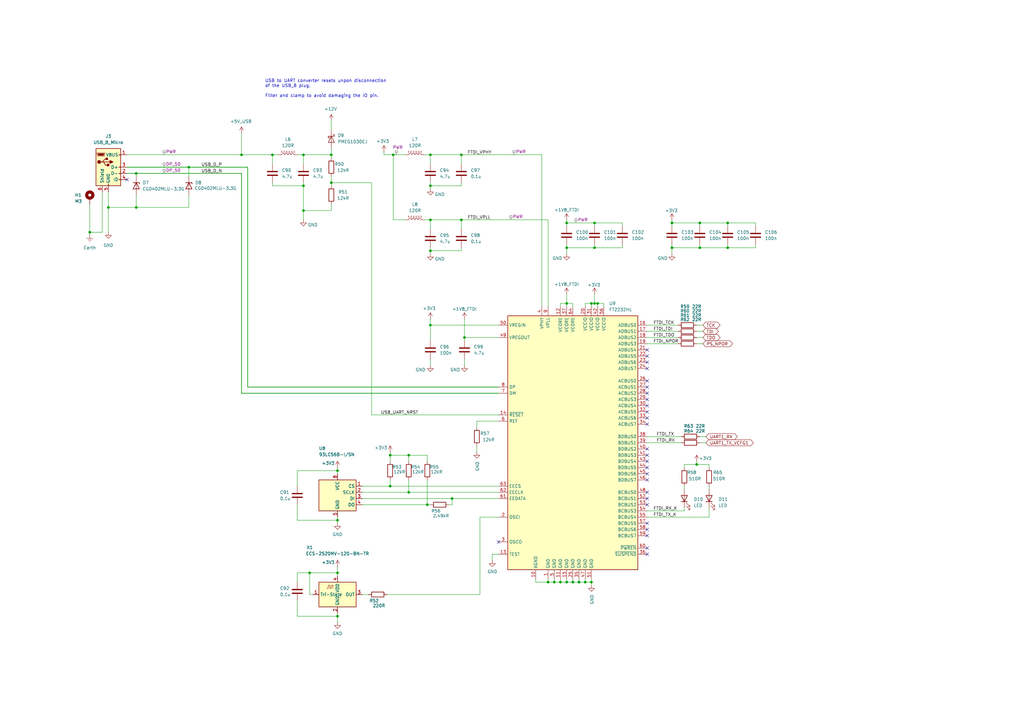
<source format=kicad_sch>
(kicad_sch (version 20250114) (generator "eeschema") (generator_version "9.0")
  (paper "A3")
  (title_block (title "ZYNQ JTAG PRG AND USB-UART") (date "2025-10-06") (rev "A") (company "GHM"))
  (lib_symbols
    (symbol "Connector:USB_B_Micro" (pin_names (offset 1.016))
      (property "Reference" "J" (at -5.08 11.43 0))
      (property "Value" "USB_B_Micro" (at -5.08 8.89 0))
      (symbol "USB_B_Micro_0_1"
        (rectangle (start -5.08 -7.62) (end 5.08 7.62) (stroke (width 0.254)) (fill (type background)))
        (polyline (pts (xy -4.699 5.842) (xy -4.699 5.588) (xy -4.445 4.826) (xy -4.445 4.572) (xy -1.651 4.572) (xy -1.651 4.826) (xy -1.397 5.588) (xy -1.397 5.842) (xy -4.699 5.842)))
        (polyline (pts (xy -4.318 5.588) (xy -1.778 5.588) (xy -2.032 4.826) (xy -4.064 4.826) (xy -4.318 5.588)) (fill (type outline)))
        (circle (center -3.81 2.159) (radius 0.635) (stroke (width 0.254)) (fill (type outline)))
        (polyline (pts (xy -3.175 2.159) (xy -2.54 2.159) (xy -1.27 3.429) (xy -0.635 3.429)) (stroke (width 0.254)))
        (polyline (pts (xy -2.54 2.159) (xy -1.905 2.159) (xy -1.27 0.889) (xy 0 0.889)) (stroke (width 0.254)))
        (polyline (pts (xy -1.905 2.159) (xy 0.635 2.159)) (stroke (width 0.254)))
        (circle (center -0.635 3.429) (radius 0.381) (stroke (width 0.254)) (fill (type outline)))
        (rectangle (start -0.127 -7.62) (end 0.127 -6.858))
        (rectangle (start 0.254 1.27) (end -0.508 0.508) (stroke (width 0.254)) (fill (type outline)))
        (polyline (pts (xy 0.635 2.794) (xy 0.635 1.524) (xy 1.905 2.159) (xy 0.635 2.794)) (stroke (width 0.254)) (fill (type outline)))
        (rectangle (start 5.08 4.953) (end 4.318 5.207))
        (rectangle (start 5.08 -0.127) (end 4.318 0.127))
        (rectangle (start 5.08 -2.667) (end 4.318 -2.413))
        (rectangle (start 5.08 -5.207) (end 4.318 -4.953))
      )
      (symbol "USB_B_Micro_1_1"
        (pin passive line (at -2.54 -10.16 90) (length 2.54) (name "Shield") (number "6"))
        (pin power_out line (at 0 -10.16 90) (length 2.54) (name "GND") (number "5"))
        (pin power_out line (at 7.62 5.08 180) (length 2.54) (name "VBUS") (number "1"))
        (pin bidirectional line (at 7.62 0 180) (length 2.54) (name "D+") (number "3"))
        (pin bidirectional line (at 7.62 -2.54 180) (length 2.54) (name "D-") (number "2"))
        (pin passive line (at 7.62 -5.08 180) (length 2.54) (name "ID") (number "4"))
      )
    )
    (symbol "Device:C" (pin_numbers (hide yes)) (pin_names (offset 0.254))
      (property "Reference" "C" (at 0.635 2.54 0))
      (property "Value" "C" (at 0.635 -2.54 0))
      (symbol "C_0_1"
        (polyline (pts (xy -2.032 0.762) (xy 2.032 0.762)) (stroke (width 0.508)))
        (polyline (pts (xy -2.032 -0.762) (xy 2.032 -0.762)) (stroke (width 0.508)))
      )
      (symbol "C_1_1"
        (pin passive line (at 0 3.81 270) (length 2.794) (name "~") (number "1"))
        (pin passive line (at 0 -3.81 90) (length 2.794) (name "~") (number "2"))
      )
    )
    (symbol "Device:D_Zener" (pin_numbers (hide yes)) (pin_names (offset 1.016) (hide yes))
      (property "Reference" "D" (at 0 2.54 0))
      (property "Value" "D_Zener" (at 0 -2.54 0))
      (symbol "D_Zener_0_1"
        (polyline (pts (xy -1.27 -1.27) (xy -1.27 1.27) (xy -0.762 1.27)) (stroke (width 0.254)))
        (polyline (pts (xy 1.27 0) (xy -1.27 0)))
        (polyline (pts (xy 1.27 -1.27) (xy 1.27 1.27) (xy -1.27 0) (xy 1.27 -1.27)) (stroke (width 0.254)))
      )
      (symbol "D_Zener_1_1"
        (pin passive line (at -3.81 0 0) (length 2.54) (name "K") (number "1"))
        (pin passive line (at 3.81 0 180) (length 2.54) (name "A") (number "2"))
      )
    )
    (symbol "Device:LED" (pin_numbers (hide yes)) (pin_names (offset 1.016) (hide yes))
      (property "Reference" "D" (at 0 2.54 0))
      (property "Value" "LED" (at 0 -2.54 0))
      (symbol "LED_0_1"
        (polyline (pts (xy -3.048 -0.762) (xy -4.572 -2.286) (xy -3.81 -2.286) (xy -4.572 -2.286) (xy -4.572 -1.524)))
        (polyline (pts (xy -1.778 -0.762) (xy -3.302 -2.286) (xy -2.54 -2.286) (xy -3.302 -2.286) (xy -3.302 -1.524)))
        (polyline (pts (xy -1.27 0) (xy 1.27 0)))
        (polyline (pts (xy -1.27 -1.27) (xy -1.27 1.27)) (stroke (width 0.254)))
        (polyline (pts (xy 1.27 -1.27) (xy 1.27 1.27) (xy -1.27 0) (xy 1.27 -1.27)) (stroke (width 0.254)))
      )
      (symbol "LED_1_1"
        (pin passive line (at -3.81 0 0) (length 2.54) (name "K") (number "1"))
        (pin passive line (at 3.81 0 180) (length 2.54) (name "A") (number "2"))
      )
    )
    (symbol "Device:L_Ferrite" (pin_numbers (hide yes)) (pin_names (offset 1.016) (hide yes))
      (property "Reference" "L" (at -1.27 0 90))
      (property "Value" "L_Ferrite" (at 2.794 0 90))
      (symbol "L_Ferrite_0_1"
        (arc (start 0 2.54) (mid 0.6323 1.905) (end 0 1.27))
        (arc (start 0 1.27) (mid 0.6323 0.635) (end 0 0))
        (arc (start 0 0) (mid 0.6323 -0.635) (end 0 -1.27))
        (arc (start 0 -1.27) (mid 0.6323 -1.905) (end 0 -2.54))
        (polyline (pts (xy 1.016 2.286) (xy 1.016 2.794)))
        (polyline (pts (xy 1.016 1.27) (xy 1.016 1.778)))
        (polyline (pts (xy 1.016 0.254) (xy 1.016 0.762)))
        (polyline (pts (xy 1.016 -0.762) (xy 1.016 -0.254)))
        (polyline (pts (xy 1.016 -1.778) (xy 1.016 -1.27)))
        (polyline (pts (xy 1.016 -2.794) (xy 1.016 -2.286)))
        (polyline (pts (xy 1.524 2.794) (xy 1.524 2.286)))
        (polyline (pts (xy 1.524 1.778) (xy 1.524 1.27)))
        (polyline (pts (xy 1.524 0.762) (xy 1.524 0.254)))
        (polyline (pts (xy 1.524 -0.254) (xy 1.524 -0.762)))
        (polyline (pts (xy 1.524 -1.27) (xy 1.524 -1.778)))
        (polyline (pts (xy 1.524 -2.286) (xy 1.524 -2.794)))
      )
      (symbol "L_Ferrite_1_1"
        (pin passive line (at 0 3.81 270) (length 1.27) (name "1") (number "1"))
        (pin passive line (at 0 -3.81 90) (length 1.27) (name "2") (number "2"))
      )
    )
    (symbol "Device:R" (pin_numbers (hide yes)) (pin_names (offset 0))
      (property "Reference" "R" (at 2.032 0 90))
      (property "Value" "R" (at 0 0 90))
      (symbol "R_0_1"
        (rectangle (start -1.016 -2.54) (end 1.016 2.54) (stroke (width 0.254)))
      )
      (symbol "R_1_1"
        (pin passive line (at 0 3.81 270) (length 1.27) (name "~") (number "1"))
        (pin passive line (at 0 -3.81 90) (length 1.27) (name "~") (number "2"))
      )
    )
    (symbol "Diode:PMEG1030EJ" (pin_numbers (hide yes)) (pin_names (hide yes))
      (property "Reference" "D" (at 0 2.54 0))
      (property "Value" "PMEG1030EJ" (at 0 -2.54 0))
      (symbol "PMEG1030EJ_0_1"
        (polyline (pts (xy -1.905 0.635) (xy -1.905 1.27) (xy -1.27 1.27) (xy -1.27 -1.27) (xy -0.635 -1.27) (xy -0.635 -0.635)) (stroke (width 0.2032)))
        (polyline (pts (xy 1.27 1.27) (xy 1.27 -1.27) (xy -1.27 0) (xy 1.27 1.27)) (stroke (width 0.2032)))
        (polyline (pts (xy 1.27 0) (xy -1.27 0)))
      )
      (symbol "PMEG1030EJ_1_1"
        (pin passive line (at -3.81 0 0) (length 2.54) (name "K") (number "1"))
        (pin passive line (at 3.81 0 180) (length 2.54) (name "A") (number "2"))
      )
    )
    (symbol "Interface_USB:FT2232HL"
      (property "Reference" "U1" (at 14.8941 57.15 0))
      (property "Value" "FT2232HL" (at 14.8941 54.61 0))
      (symbol "FT2232HL_0_1"
        (rectangle (start -26.67 -52.07) (end 26.67 52.07) (stroke (width 0.254)) (fill (type background)))
      )
      (symbol "FT2232HL_1_1"
        (pin power_in line (at -30.48 48.26 0) (length 3.81) (name "VREGIN") (number "50"))
        (pin power_out line (at -30.48 43.18 0) (length 3.81) (name "VREGOUT") (number "49"))
        (pin bidirectional line (at -30.48 22.86 0) (length 3.81) (name "DP") (number "8"))
        (pin bidirectional line (at -30.48 20.32 0) (length 3.81) (name "DM") (number "7"))
        (pin input line (at -30.48 11.43 0) (length 3.81) (name "~{RESET}") (number "14"))
        (pin output line (at -30.48 8.89 0) (length 3.81) (name "REF") (number "6"))
        (pin output line (at -30.48 -17.78 0) (length 3.81) (name "EECS") (number "63"))
        (pin output line (at -30.48 -20.32 0) (length 3.81) (name "EECLK") (number "62"))
        (pin bidirectional line (at -30.48 -22.86 0) (length 3.81) (name "EEDATA") (number "61"))
        (pin input line (at -30.48 -30.48 0) (length 3.81) (name "OSCI") (number "2"))
        (pin output line (at -30.48 -40.64 0) (length 3.81) (name "OSCO") (number "3"))
        (pin input line (at -30.48 -45.72 0) (length 3.81) (name "TEST") (number "13"))
        (pin power_in line (at -15.24 -55.88 90) (length 3.81) (name "AGND") (number "10"))
        (pin power_in line (at -12.7 55.88 270) (length 3.81) (name "VPHY") (number "4"))
        (pin input line (at -10.16 55.88 270) (length 3.81) (name "VPLL") (number "9"))
        (pin power_in line (at -10.16 -55.88 90) (length 3.81) (name "GND") (number "1"))
        (pin power_in line (at -7.62 -55.88 90) (length 3.81) (name "GND") (number "5"))
        (pin power_in line (at -5.08 55.88 270) (length 3.81) (name "VCORE") (number "12"))
        (pin power_in line (at -5.08 -55.88 90) (length 3.81) (name "GND") (number "11"))
        (pin power_in line (at -2.54 55.88 270) (length 3.81) (name "VCORE") (number "37"))
        (pin power_in line (at -2.54 -55.88 90) (length 3.81) (name "GND") (number "15"))
        (pin power_in line (at 0 55.88 270) (length 3.81) (name "VCORE") (number "64"))
        (pin power_in line (at 0 -55.88 90) (length 3.81) (name "GND") (number "25"))
        (pin power_in line (at 2.54 -55.88 90) (length 3.81) (name "GND") (number "35"))
        (pin power_in line (at 5.08 55.88 270) (length 3.81) (name "VCCIO") (number "20"))
        (pin power_in line (at 5.08 -55.88 90) (length 3.81) (name "GND") (number "47"))
        (pin power_in line (at 7.62 55.88 270) (length 3.81) (name "VCCIO") (number "31"))
        (pin power_in line (at 7.62 -55.88 90) (length 3.81) (name "GND") (number "51"))
        (pin power_in line (at 10.16 55.88 270) (length 3.81) (name "VCCIO") (number "42"))
        (pin power_in line (at 12.7 55.88 270) (length 3.81) (name "VCCIO") (number "56"))
        (pin bidirectional line (at 30.48 48.26 180) (length 3.81) (name "ADBUS0") (number "16"))
        (pin bidirectional line (at 30.48 45.72 180) (length 3.81) (name "ADBUS1") (number "17"))
        (pin bidirectional line (at 30.48 43.18 180) (length 3.81) (name "ADBUS2") (number "18"))
        (pin bidirectional line (at 30.48 40.64 180) (length 3.81) (name "ADBUS3") (number "19"))
        (pin bidirectional line (at 30.48 38.1 180) (length 3.81) (name "ADBUS4") (number "21"))
        (pin bidirectional line (at 30.48 35.56 180) (length 3.81) (name "ADBUS5") (number "22"))
        (pin bidirectional line (at 30.48 33.02 180) (length 3.81) (name "ADBUS6") (number "23"))
        (pin bidirectional line (at 30.48 30.48 180) (length 3.81) (name "ADBUS7") (number "24"))
        (pin bidirectional line (at 30.48 25.4 180) (length 3.81) (name "ACBUS0") (number "26"))
        (pin bidirectional line (at 30.48 22.86 180) (length 3.81) (name "ACBUS1") (number "27"))
        (pin bidirectional line (at 30.48 20.32 180) (length 3.81) (name "ACBUS2") (number "28"))
        (pin bidirectional line (at 30.48 17.78 180) (length 3.81) (name "ACBUS3") (number "29"))
        (pin bidirectional line (at 30.48 15.24 180) (length 3.81) (name "ACBUS4") (number "30"))
        (pin bidirectional line (at 30.48 12.7 180) (length 3.81) (name "ACBUS5") (number "32"))
        (pin bidirectional line (at 30.48 10.16 180) (length 3.81) (name "ACBUS6") (number "33"))
        (pin bidirectional line (at 30.48 7.62 180) (length 3.81) (name "ACBUS7") (number "34"))
        (pin bidirectional line (at 30.48 2.54 180) (length 3.81) (name "BDBUS0") (number "38"))
        (pin bidirectional line (at 30.48 0 180) (length 3.81) (name "BDBUS1") (number "39"))
        (pin bidirectional line (at 30.48 -2.54 180) (length 3.81) (name "BDBUS2") (number "40"))
        (pin bidirectional line (at 30.48 -5.08 180) (length 3.81) (name "BDBUS3") (number "41"))
        (pin bidirectional line (at 30.48 -7.62 180) (length 3.81) (name "BDBUS4") (number "43"))
        (pin bidirectional line (at 30.48 -10.16 180) (length 3.81) (name "BDBUS5") (number "44"))
        (pin bidirectional line (at 30.48 -12.7 180) (length 3.81) (name "BDBUS6") (number "45"))
        (pin bidirectional line (at 30.48 -15.24 180) (length 3.81) (name "BDBUS7") (number "46"))
        (pin bidirectional line (at 30.48 -20.32 180) (length 3.81) (name "BCBUS0") (number "48"))
        (pin bidirectional line (at 30.48 -22.86 180) (length 3.81) (name "BCBUS1") (number "52"))
        (pin bidirectional line (at 30.48 -25.4 180) (length 3.81) (name "BCBUS2") (number "53"))
        (pin bidirectional line (at 30.48 -27.94 180) (length 3.81) (name "BCBUS3") (number "54"))
        (pin bidirectional line (at 30.48 -30.48 180) (length 3.81) (name "BCBUS4") (number "55"))
        (pin bidirectional line (at 30.48 -33.02 180) (length 3.81) (name "BCBUS5") (number "57"))
        (pin bidirectional line (at 30.48 -35.56 180) (length 3.81) (name "BCBUS6") (number "58"))
        (pin bidirectional line (at 30.48 -38.1 180) (length 3.81) (name "BCBUS7") (number "59"))
        (pin output line (at 30.48 -43.18 180) (length 3.81) (name "~{PWREN}") (number "60"))
        (pin output line (at 30.48 -45.72 180) (length 3.81) (name "~{SUSPEND}") (number "36"))
      )
    )
    (symbol "Mechanical:MountingHole_Pad" (pin_numbers (hide yes)) (pin_names (offset 1.016) (hide yes))
      (property "Reference" "H" (at 0 6.35 0))
      (property "Value" "MountingHole_Pad" (at 0 4.445 0))
      (symbol "MountingHole_Pad_0_1"
        (circle (center 0 1.27) (radius 1.27) (stroke (width 1.27)))
      )
      (symbol "MountingHole_Pad_1_1"
        (pin input line (at 0 -2.54 90) (length 2.54) (name "1") (number "1"))
      )
    )
    (symbol "Memory_EEPROM:93LCxxB"
      (property "Reference" "U2" (at 2.794 12.192 0))
      (property "Value" "93LC56B-I/SN" (at 2.794 9.652 0))
      (symbol "93LCxxB_1_1"
        (rectangle (start -7.62 7.62) (end 7.62 -5.08) (stroke (width 0.254)) (fill (type background)))
        (pin no_connect line (at -7.62 0 0) (length 2.54) (hide yes) (name "NC") (number "6"))
        (pin no_connect line (at -7.62 -2.54 0) (length 2.54) (hide yes) (name "NC") (number "7"))
        (pin power_in line (at 0 10.16 270) (length 2.54) (name "VCC") (number "8"))
        (pin power_in line (at 0 -7.62 90) (length 2.54) (name "GND") (number "5"))
        (pin input line (at 10.16 5.08 180) (length 2.54) (name "CS") (number "1"))
        (pin input line (at 10.16 2.54 180) (length 2.54) (name "SCLK") (number "2"))
        (pin input line (at 10.16 0 180) (length 2.54) (name "DI") (number "3"))
        (pin tri_state line (at 10.16 -2.54 180) (length 2.54) (name "DO") (number "4"))
      )
    )
    (symbol "Oscillator:ECS-2520MV-xxx-xx"
      (property "Reference" "X" (at -5.08 6.35 0))
      (property "Value" "ECS-2520MV-xxx-xx" (at 1.27 -6.35 0))
      (symbol "ECS-2520MV-xxx-xx_0_1"
        (rectangle (start -7.62 5.08) (end 7.62 -5.08) (stroke (width 0.254)) (fill (type background)))
        (polyline (pts (xy -4.445 2.54) (xy -3.81 2.54) (xy -3.81 3.81) (xy -3.175 3.81) (xy -3.175 2.54) (xy -2.54 2.54) (xy -2.54 3.81) (xy -1.905 3.81) (xy -1.905 2.54)))
      )
      (symbol "ECS-2520MV-xxx-xx_1_1"
        (pin input line (at -10.16 0 0) (length 2.54) (name "Tri-State") (number "1"))
        (pin power_in line (at 0 7.62 270) (length 2.54) (name "VDD") (number "4"))
        (pin power_in line (at 0 -7.62 90) (length 2.54) (name "GND") (number "2"))
        (pin output line (at 10.16 0 180) (length 2.54) (name "OUT") (number "3"))
      )
    )
    (symbol "power:Earth" (power) (pin_numbers (hide yes)) (pin_names (offset 0) (hide yes))
      (property "Value" "Earth" (at 0 -3.81 0))
      (symbol "Earth_0_1"
        (polyline (pts (xy -0.635 -1.905) (xy 0.635 -1.905)))
        (polyline (pts (xy -0.127 -2.54) (xy 0.127 -2.54)))
        (polyline (pts (xy 0 -1.27) (xy 0 0)))
        (polyline (pts (xy 1.27 -1.27) (xy -1.27 -1.27)))
      )
      (symbol "Earth_1_1"
        (pin power_in line (at 0 0 270) (length 0) (name "~") (number "1"))
      )
    )
    (symbol "power:GND" (power) (pin_numbers (hide yes)) (pin_names (offset 0) (hide yes))
      (property "Value" "GND" (at 0 -3.81 0))
      (symbol "GND_0_1"
        (polyline (pts (xy 0 0) (xy 0 -1.27) (xy 1.27 -1.27) (xy 0 -2.54) (xy -1.27 -1.27) (xy 0 -1.27)))
      )
      (symbol "GND_1_1"
        (pin power_in line (at 0 0 270) (length 0) (name "~") (number "1"))
      )
    )
    (symbol "power:VCC" (power) (pin_numbers (hide yes)) (pin_names (offset 0) (hide yes))
      (property "Value" "VCC" (at 0 3.556 0))
      (symbol "VCC_0_1"
        (polyline (pts (xy -0.762 1.27) (xy 0 2.54)))
        (polyline (pts (xy 0 2.54) (xy 0.762 1.27)))
        (polyline (pts (xy 0 0) (xy 0 2.54)))
      )
      (symbol "VCC_1_1"
        (pin power_in line (at 0 0 90) (length 0) (name "~") (number "1"))
      )
    )
  )
  (text "USB to UART converter resets unpon disconnection\nof the USB_B plug.\n\nFilter and clamp to avoid damaging the IO pin." (at 108.712 32.512 0) (effects (font (size 1.27 1.27)) (justify left top)))
  (junction (at 160.02 186.69))
  (junction (at 240.03 238.76))
  (junction (at 55.88 85.09))
  (junction (at 287.02 101.6))
  (junction (at 243.84 124.46))
  (junction (at 176.53 63.5))
  (junction (at 189.23 90.17))
  (junction (at 175.26 207.01))
  (junction (at 232.41 101.6))
  (junction (at 167.64 186.69))
  (junction (at 55.88 71.12))
  (junction (at 138.43 234.95))
  (junction (at 232.41 238.76))
  (junction (at 135.89 74.93))
  (junction (at 124.46 86.36))
  (junction (at 176.53 133.35))
  (junction (at 77.47 68.58))
  (junction (at 111.76 63.5))
  (junction (at 167.64 201.93))
  (junction (at 176.53 102.87))
  (junction (at 190.5 138.43))
  (junction (at 224.79 238.76))
  (junction (at 138.43 213.36))
  (junction (at 124.46 63.5))
  (junction (at 135.89 63.5))
  (junction (at 237.49 238.76))
  (junction (at 176.53 90.17))
  (junction (at 138.43 193.04))
  (junction (at 243.84 101.6))
  (junction (at 185.42 204.47))
  (junction (at 176.53 76.2))
  (junction (at 161.29 63.5))
  (junction (at 124.46 76.2))
  (junction (at 127 234.95))
  (junction (at 44.45 85.09))
  (junction (at 232.41 124.46))
  (junction (at 275.59 91.44))
  (junction (at 245.11 124.46))
  (junction (at 243.84 91.44))
  (junction (at 99.06 63.5))
  (junction (at 285.75 190.5))
  (junction (at 189.23 63.5))
  (junction (at 138.43 252.73))
  (junction (at 298.45 101.6))
  (junction (at 242.57 238.76))
  (junction (at 298.45 91.44))
  (junction (at 232.41 91.44))
  (junction (at 229.87 238.76))
  (junction (at 36.83 95.25))
  (junction (at 234.95 238.76))
  (junction (at 160.02 199.39))
  (junction (at 242.57 124.46))
  (junction (at 287.02 91.44))
  (junction (at 227.33 238.76))
  (junction (at 275.59 101.6))
  (no_connect (at 265.43 158.75))
  (no_connect (at 265.43 148.59))
  (no_connect (at 204.47 222.25))
  (no_connect (at 265.43 173.99))
  (no_connect (at 265.43 227.33))
  (no_connect (at 265.43 207.01))
  (no_connect (at 265.43 204.47))
  (no_connect (at 265.43 146.05))
  (no_connect (at 265.43 156.21))
  (no_connect (at 265.43 189.23))
  (no_connect (at 265.43 214.63))
  (no_connect (at 265.43 168.91))
  (no_connect (at 265.43 217.17))
  (no_connect (at 265.43 194.31))
  (no_connect (at 265.43 196.85))
  (no_connect (at 265.43 151.13))
  (no_connect (at 265.43 161.29))
  (no_connect (at 265.43 143.51))
  (no_connect (at 265.43 163.83))
  (no_connect (at 265.43 166.37))
  (no_connect (at 265.43 184.15))
  (no_connect (at 52.07 73.66))
  (no_connect (at 265.43 219.71))
  (no_connect (at 265.43 171.45))
  (no_connect (at 265.43 224.79))
  (no_connect (at 265.43 186.69))
  (no_connect (at 265.43 201.93))
  (no_connect (at 265.43 191.77))
  (wire (pts (xy 245.11 124.46) (xy 245.11 125.73)))
  (wire (pts (xy 240.03 237.49) (xy 240.03 238.76)))
  (wire (pts (xy 44.45 85.09) (xy 55.88 85.09)))
  (wire (pts (xy 195.58 182.88) (xy 195.58 185.42)))
  (wire (pts (xy 243.84 101.6) (xy 255.27 101.6)))
  (wire (pts (xy 121.92 252.73) (xy 138.43 252.73)))
  (wire (pts (xy 234.95 237.49) (xy 234.95 238.76)))
  (wire (pts (xy 201.93 229.87) (xy 201.93 227.33)))
  (wire (pts (xy 190.5 138.43) (xy 204.47 138.43)))
  (wire (pts (xy 55.88 72.39) (xy 55.88 71.12)))
  (wire (pts (xy 243.84 91.44) (xy 255.27 91.44)))
  (wire (pts (xy 124.46 76.2) (xy 124.46 86.36)))
  (wire (pts (xy 196.85 212.09) (xy 204.47 212.09)))
  (wire (pts (xy 265.43 135.89) (xy 278.13 135.89)))
  (wire (pts (xy 121.92 238.76) (xy 121.92 234.95)))
  (wire (pts (xy 185.42 207.01) (xy 185.42 204.47)))
  (wire (pts (xy 99.06 161.29) (xy 204.47 161.29)) (stroke (width 0.254)))
  (wire (pts (xy 124.46 86.36) (xy 124.46 90.17)))
  (wire (pts (xy 265.43 179.07) (xy 279.4 179.07)))
  (wire (pts (xy 234.95 125.73) (xy 234.95 124.46)))
  (wire (pts (xy 138.43 252.73) (xy 138.43 255.27)))
  (wire (pts (xy 36.83 83.82) (xy 36.83 95.25)))
  (wire (pts (xy 55.88 71.12) (xy 99.06 71.12)) (stroke (width 0.254)))
  (wire (pts (xy 275.59 91.44) (xy 287.02 91.44)))
  (wire (pts (xy 176.53 90.17) (xy 189.23 90.17)))
  (wire (pts (xy 148.59 201.93) (xy 167.64 201.93)))
  (wire (pts (xy 204.47 172.72) (xy 195.58 172.72)))
  (wire (pts (xy 232.41 120.65) (xy 232.41 124.46)))
  (wire (pts (xy 222.25 63.5) (xy 222.25 125.73)))
  (wire (pts (xy 232.41 101.6) (xy 243.84 101.6)))
  (wire (pts (xy 135.89 63.5) (xy 135.89 64.77)))
  (wire (pts (xy 77.47 68.58) (xy 101.6 68.58)) (stroke (width 0.254)))
  (wire (pts (xy 275.59 100.33) (xy 275.59 101.6)))
  (wire (pts (xy 285.75 135.89) (xy 288.29 135.89)))
  (wire (pts (xy 189.23 63.5) (xy 176.53 63.5)))
  (wire (pts (xy 44.45 85.09) (xy 44.45 95.25)))
  (wire (pts (xy 160.02 196.85) (xy 160.02 199.39)))
  (wire (pts (xy 275.59 91.44) (xy 275.59 92.71)))
  (wire (pts (xy 138.43 234.95) (xy 138.43 236.22)))
  (wire (pts (xy 175.26 196.85) (xy 175.26 207.01)))
  (wire (pts (xy 44.45 78.74) (xy 44.45 85.09)))
  (wire (pts (xy 124.46 63.5) (xy 124.46 67.31)))
  (wire (pts (xy 189.23 74.93) (xy 189.23 76.2)))
  (wire (pts (xy 265.43 140.97) (xy 278.13 140.97)))
  (wire (pts (xy 173.99 63.5) (xy 176.53 63.5)))
  (wire (pts (xy 111.76 76.2) (xy 124.46 76.2)))
  (wire (pts (xy 167.64 201.93) (xy 204.47 201.93)))
  (wire (pts (xy 290.83 199.39) (xy 290.83 200.66)))
  (wire (pts (xy 121.92 246.38) (xy 121.92 252.73)))
  (wire (pts (xy 121.92 199.39) (xy 121.92 193.04)))
  (wire (pts (xy 176.53 74.93) (xy 176.53 76.2)))
  (wire (pts (xy 101.6 158.75) (xy 204.47 158.75)) (stroke (width 0.254)))
  (wire (pts (xy 161.29 90.17) (xy 161.29 63.5)))
  (wire (pts (xy 173.99 90.17) (xy 176.53 90.17)))
  (wire (pts (xy 242.57 237.49) (xy 242.57 238.76)))
  (wire (pts (xy 55.88 80.01) (xy 55.88 85.09)))
  (wire (pts (xy 176.53 90.17) (xy 176.53 93.98)))
  (wire (pts (xy 138.43 193.04) (xy 138.43 194.31)))
  (wire (pts (xy 52.07 68.58) (xy 77.47 68.58)) (stroke (width 0.254)))
  (wire (pts (xy 176.53 101.6) (xy 176.53 102.87)))
  (wire (pts (xy 243.84 124.46) (xy 245.11 124.46)))
  (wire (pts (xy 237.49 237.49) (xy 237.49 238.76)))
  (wire (pts (xy 232.41 124.46) (xy 232.41 125.73)))
  (wire (pts (xy 135.89 49.53) (xy 135.89 53.34)))
  (wire (pts (xy 176.53 130.81) (xy 176.53 133.35)))
  (wire (pts (xy 255.27 92.71) (xy 255.27 91.44)))
  (wire (pts (xy 265.43 209.55) (xy 280.67 209.55)))
  (wire (pts (xy 237.49 238.76) (xy 240.03 238.76)))
  (wire (pts (xy 111.76 74.93) (xy 111.76 76.2)))
  (wire (pts (xy 290.83 191.77) (xy 290.83 190.5)))
  (wire (pts (xy 219.71 237.49) (xy 219.71 238.76)))
  (wire (pts (xy 280.67 190.5) (xy 280.67 191.77)))
  (wire (pts (xy 167.64 186.69) (xy 167.64 189.23)))
  (wire (pts (xy 167.64 186.69) (xy 160.02 186.69)))
  (wire (pts (xy 232.41 91.44) (xy 232.41 92.71)))
  (wire (pts (xy 175.26 186.69) (xy 167.64 186.69)))
  (wire (pts (xy 219.71 238.76) (xy 224.79 238.76)))
  (wire (pts (xy 111.76 63.5) (xy 114.3 63.5)))
  (wire (pts (xy 101.6 158.75) (xy 101.6 68.58)) (stroke (width 0.254)))
  (wire (pts (xy 148.59 207.01) (xy 175.26 207.01)))
  (wire (pts (xy 167.64 196.85) (xy 167.64 201.93)))
  (wire (pts (xy 232.41 124.46) (xy 234.95 124.46)))
  (wire (pts (xy 176.53 133.35) (xy 176.53 139.7)))
  (wire (pts (xy 229.87 124.46) (xy 232.41 124.46)))
  (wire (pts (xy 138.43 191.77) (xy 138.43 193.04)))
  (wire (pts (xy 280.67 199.39) (xy 280.67 200.66)))
  (wire (pts (xy 138.43 232.41) (xy 138.43 234.95)))
  (wire (pts (xy 111.76 67.31) (xy 111.76 63.5)))
  (wire (pts (xy 243.84 92.71) (xy 243.84 91.44)))
  (wire (pts (xy 240.03 124.46) (xy 240.03 125.73)))
  (wire (pts (xy 265.43 133.35) (xy 278.13 133.35)))
  (wire (pts (xy 287.02 181.61) (xy 289.56 181.61)))
  (wire (pts (xy 189.23 90.17) (xy 224.79 90.17)))
  (wire (pts (xy 36.83 95.25) (xy 36.83 96.52)))
  (wire (pts (xy 229.87 238.76) (xy 232.41 238.76)))
  (wire (pts (xy 121.92 193.04) (xy 138.43 193.04)))
  (wire (pts (xy 287.02 100.33) (xy 287.02 101.6)))
  (wire (pts (xy 124.46 74.93) (xy 124.46 76.2)))
  (wire (pts (xy 189.23 101.6) (xy 189.23 102.87)))
  (wire (pts (xy 234.95 238.76) (xy 237.49 238.76)))
  (wire (pts (xy 135.89 74.93) (xy 152.4 74.93)))
  (wire (pts (xy 285.75 190.5) (xy 280.67 190.5)))
  (wire (pts (xy 240.03 238.76) (xy 242.57 238.76)))
  (wire (pts (xy 176.53 76.2) (xy 176.53 77.47)))
  (wire (pts (xy 176.53 102.87) (xy 189.23 102.87)))
  (wire (pts (xy 190.5 147.32) (xy 190.5 149.86)))
  (wire (pts (xy 99.06 54.61) (xy 99.06 63.5)))
  (wire (pts (xy 41.91 78.74) (xy 41.91 95.25)))
  (wire (pts (xy 287.02 92.71) (xy 287.02 91.44)))
  (wire (pts (xy 127 243.84) (xy 127 234.95)))
  (wire (pts (xy 158.75 243.84) (xy 196.85 243.84)))
  (wire (pts (xy 189.23 93.98) (xy 189.23 90.17)))
  (wire (pts (xy 176.53 102.87) (xy 176.53 104.14)))
  (wire (pts (xy 160.02 199.39) (xy 204.47 199.39)))
  (wire (pts (xy 309.88 92.71) (xy 309.88 91.44)))
  (wire (pts (xy 195.58 172.72) (xy 195.58 175.26)))
  (wire (pts (xy 138.43 251.46) (xy 138.43 252.73)))
  (wire (pts (xy 243.84 100.33) (xy 243.84 101.6)))
  (wire (pts (xy 190.5 138.43) (xy 190.5 139.7)))
  (wire (pts (xy 135.89 74.93) (xy 135.89 76.2)))
  (wire (pts (xy 175.26 189.23) (xy 175.26 186.69)))
  (wire (pts (xy 232.41 100.33) (xy 232.41 101.6)))
  (wire (pts (xy 298.45 100.33) (xy 298.45 101.6)))
  (wire (pts (xy 287.02 179.07) (xy 289.56 179.07)))
  (wire (pts (xy 127 234.95) (xy 138.43 234.95)))
  (wire (pts (xy 290.83 190.5) (xy 285.75 190.5)))
  (wire (pts (xy 232.41 101.6) (xy 232.41 104.14)))
  (wire (pts (xy 232.41 238.76) (xy 234.95 238.76)))
  (wire (pts (xy 157.48 63.5) (xy 161.29 63.5)))
  (wire (pts (xy 121.92 63.5) (xy 124.46 63.5)))
  (wire (pts (xy 242.57 124.46) (xy 242.57 125.73)))
  (wire (pts (xy 227.33 238.76) (xy 229.87 238.76)))
  (wire (pts (xy 287.02 91.44) (xy 298.45 91.44)))
  (wire (pts (xy 255.27 100.33) (xy 255.27 101.6)))
  (wire (pts (xy 287.02 101.6) (xy 298.45 101.6)))
  (wire (pts (xy 148.59 199.39) (xy 160.02 199.39)))
  (wire (pts (xy 175.26 207.01) (xy 176.53 207.01)))
  (wire (pts (xy 121.92 213.36) (xy 138.43 213.36)))
  (wire (pts (xy 189.23 63.5) (xy 222.25 63.5)))
  (wire (pts (xy 135.89 60.96) (xy 135.89 63.5)))
  (wire (pts (xy 224.79 90.17) (xy 224.79 125.73)))
  (wire (pts (xy 161.29 63.5) (xy 166.37 63.5)))
  (wire (pts (xy 161.29 90.17) (xy 166.37 90.17)))
  (wire (pts (xy 229.87 237.49) (xy 229.87 238.76)))
  (wire (pts (xy 36.83 95.25) (xy 41.91 95.25)))
  (wire (pts (xy 190.5 130.81) (xy 190.5 138.43)))
  (wire (pts (xy 298.45 91.44) (xy 309.88 91.44)))
  (wire (pts (xy 242.57 238.76) (xy 242.57 240.03)))
  (wire (pts (xy 77.47 68.58) (xy 77.47 72.39)))
  (wire (pts (xy 201.93 227.33) (xy 204.47 227.33)))
  (wire (pts (xy 176.53 147.32) (xy 176.53 149.86)))
  (wire (pts (xy 265.43 138.43) (xy 278.13 138.43)))
  (wire (pts (xy 232.41 90.17) (xy 232.41 91.44)))
  (wire (pts (xy 247.65 124.46) (xy 247.65 125.73)))
  (wire (pts (xy 232.41 91.44) (xy 243.84 91.44)))
  (wire (pts (xy 176.53 76.2) (xy 189.23 76.2)))
  (wire (pts (xy 224.79 237.49) (xy 224.79 238.76)))
  (wire (pts (xy 232.41 237.49) (xy 232.41 238.76)))
  (wire (pts (xy 196.85 243.84) (xy 196.85 212.09)))
  (wire (pts (xy 55.88 85.09) (xy 77.47 85.09)))
  (wire (pts (xy 189.23 67.31) (xy 189.23 63.5)))
  (wire (pts (xy 240.03 124.46) (xy 242.57 124.46)))
  (wire (pts (xy 148.59 204.47) (xy 185.42 204.47)))
  (wire (pts (xy 77.47 85.09) (xy 77.47 80.01)))
  (wire (pts (xy 280.67 208.28) (xy 280.67 209.55)))
  (wire (pts (xy 242.57 124.46) (xy 243.84 124.46)))
  (wire (pts (xy 285.75 189.23) (xy 285.75 190.5)))
  (wire (pts (xy 152.4 74.93) (xy 152.4 170.18)))
  (wire (pts (xy 138.43 213.36) (xy 138.43 214.63)))
  (wire (pts (xy 298.45 92.71) (xy 298.45 91.44)))
  (wire (pts (xy 285.75 138.43) (xy 288.29 138.43)))
  (wire (pts (xy 285.75 133.35) (xy 288.29 133.35)))
  (wire (pts (xy 184.15 207.01) (xy 185.42 207.01)))
  (wire (pts (xy 135.89 83.82) (xy 135.89 86.36)))
  (wire (pts (xy 99.06 63.5) (xy 111.76 63.5)))
  (wire (pts (xy 160.02 185.42) (xy 160.02 186.69)))
  (wire (pts (xy 229.87 125.73) (xy 229.87 124.46)))
  (wire (pts (xy 265.43 212.09) (xy 290.83 212.09)))
  (wire (pts (xy 148.59 243.84) (xy 151.13 243.84)))
  (wire (pts (xy 124.46 86.36) (xy 135.89 86.36)))
  (wire (pts (xy 265.43 181.61) (xy 279.4 181.61)))
  (wire (pts (xy 245.11 124.46) (xy 247.65 124.46)))
  (wire (pts (xy 128.27 243.84) (xy 127 243.84)))
  (wire (pts (xy 52.07 63.5) (xy 99.06 63.5)))
  (wire (pts (xy 176.53 133.35) (xy 204.47 133.35)))
  (wire (pts (xy 298.45 101.6) (xy 309.88 101.6)))
  (wire (pts (xy 275.59 101.6) (xy 275.59 104.14)))
  (wire (pts (xy 121.92 234.95) (xy 127 234.95)))
  (wire (pts (xy 121.92 207.01) (xy 121.92 213.36)))
  (wire (pts (xy 224.79 238.76) (xy 227.33 238.76)))
  (wire (pts (xy 275.59 90.17) (xy 275.59 91.44)))
  (wire (pts (xy 309.88 100.33) (xy 309.88 101.6)))
  (wire (pts (xy 243.84 120.65) (xy 243.84 124.46)))
  (wire (pts (xy 135.89 72.39) (xy 135.89 74.93)))
  (wire (pts (xy 227.33 237.49) (xy 227.33 238.76)))
  (wire (pts (xy 138.43 212.09) (xy 138.43 213.36)))
  (wire (pts (xy 290.83 208.28) (xy 290.83 212.09)))
  (wire (pts (xy 99.06 161.29) (xy 99.06 71.12)) (stroke (width 0.254)))
  (wire (pts (xy 160.02 186.69) (xy 160.02 189.23)))
  (wire (pts (xy 152.4 170.18) (xy 204.47 170.18)))
  (wire (pts (xy 275.59 101.6) (xy 287.02 101.6)))
  (wire (pts (xy 52.07 71.12) (xy 55.88 71.12)) (stroke (width 0.254)))
  (wire (pts (xy 176.53 63.5) (xy 176.53 67.31)))
  (wire (pts (xy 124.46 63.5) (xy 135.89 63.5)))
  (wire (pts (xy 285.75 140.97) (xy 288.29 140.97)))
  (wire (pts (xy 157.48 62.23) (xy 157.48 63.5)))
  (wire (pts (xy 185.42 204.47) (xy 204.47 204.47)))
  (label "USB_UART_NRST" (at 156.21 170.18 0))
  (label "FTDI_VPLL" (at 191.77 90.17 0))
  (label "FTDI_TX" (at 269.24 179.07 0))
  (label "FTDI_VPHY" (at 191.77 63.5 0))
  (label "FTDI_TDO" (at 267.97 138.43 0))
  (label "FTDI_TCK" (at 267.97 133.35 0))
  (label "FTDI_TDI" (at 267.97 135.89 0))
  (label "USB_D_N" (at 82.55 71.12 0))
  (label "FTDI_TX_K" (at 267.97 212.09 0))
  (label "FTDI_NPOR" (at 267.97 140.97 0))
  (label "FTDI_RX" (at 269.24 181.61 0))
  (label "USB_D_P" (at 82.55 68.58 0))
  (label "FTDI_RX_K" (at 267.97 209.55 0))
  (global_label "TDI" (shape bidirectional) (at 288.29 135.89 0) (property "Intersheetrefs" "${INTERSHEET_REFS}" (effects (hide yes))))
  (global_label "TCK" (shape bidirectional) (at 288.29 133.35 0) (property "Intersheetrefs" "${INTERSHEET_REFS}" (effects (hide yes))))
  (global_label "UART1_RX" (shape bidirectional) (at 289.56 179.07 0) (property "Intersheetrefs" "${INTERSHEET_REFS}" (effects (hide yes))))
  (global_label "TDO" (shape bidirectional) (at 288.29 138.43 0) (property "Intersheetrefs" "${INTERSHEET_REFS}" (effects (hide yes))))
  (global_label "PS_NPOR" (shape bidirectional) (at 288.29 140.97 0) (property "Intersheetrefs" "${INTERSHEET_REFS}" (effects (hide yes))))
  (global_label "UART1_TX_VCFG1" (shape bidirectional) (at 289.56 181.61 0) (property "Intersheetrefs" "${INTERSHEET_REFS}" (effects (hide yes))))
  (netclass_flag "" (length 1.27) (shape round) (at 236.22 91.44 0) (property "Netclass" "PWR" (at 236.9185 90.17 0) (effects (justify left))))
  (netclass_flag "" (length 1.27) (shape round) (at 67.31 71.12 0) (property "Netclass" "DP_50" (at 68.0085 69.85 0) (effects (justify left))))
  (netclass_flag "" (length 1.27) (shape round) (at 210.82 63.5 0) (property "Netclass" "PWR" (at 211.5185 62.23 0) (effects (justify left))))
  (netclass_flag "" (length 1.27) (shape round) (at 162.56 63.5 0) (property "Netclass" "PWR" (at 161.036 60.452 0) (effects (justify left))))
  (netclass_flag "" (length 1.27) (shape round) (at 67.31 63.5 0) (property "Netclass" "PWR" (at 68.0085 62.23 0) (effects (justify left))))
  (netclass_flag "" (length 1.27) (shape round) (at 209.55 90.17 0) (property "Netclass" "PWR" (at 210.2485 88.9 0) (effects (justify left))))
  (netclass_flag "" (length 1.27) (shape round) (at 67.31 68.58 0) (property "Netclass" "DP_50" (at 68.0085 67.31 0) (effects (justify left))))
  (symbol (lib_id "Device:C") (at 124.46 71.12 0) (unit 1)
    (property "Reference" "C93" (at 128.27 69.8499 0) (effects (justify left)))
    (property "Value" "4.7u" (at 128.27 72.3899 0) (effects (justify left)))
    (property "Footprint" "Capacitor_SMD:C_0201_0603Metric" (effects (hide yes)))
    (property "Description" "Unpolarized capacitor" (effects (hide yes)))
  )
  (symbol (lib_id "Device:L_Ferrite") (at 170.18 63.5 90) (unit 1)
    (property "Reference" "L7" (at 170.18 57.15 90))
    (property "Value" "120R" (at 170.18 59.69 90))
    (property "Footprint" "Inductor_SMD:L_0402_1005Metric" (effects (hide yes)))
    (property "Description" "Inductor with ferrite core" (effects (hide yes)))
  )
  (symbol (lib_id "Diode:PMEG1030EJ") (at 135.89 57.15 270) (unit 1)
    (property "Reference" "D9" (at 138.43 55.5624 90) (effects (justify left)))
    (property "Value" "PMEG1030EJ" (at 138.43 58.1024 90) (effects (justify left)))
    (property "Footprint" "Diode_SMD:D_SOD-323F" (effects (hide yes)))
    (property "Datasheet" "https://assets.nexperia.com/documents/data-sheet/PMEG1030EH_EJ.pdf" (effects (hide yes)))
    (property "Description" "10V, 3A ultra low Vf MEGA Schottky barrier rectifier, SOD-323F" (effects (hide yes)))
  )
  (symbol (lib_id "Device:R") (at 283.21 181.61 270) (unit 1)
    (property "Reference" "R64" (at 282.448 176.784 90))
    (property "Value" "22R" (at 287.274 176.784 90))
    (property "Footprint" "Resistor_SMD:R_0402_1005Metric_Pad0.72x0.64mm_HandSolder" (effects (hide yes)))
    (property "Description" "Resistor" (effects (hide yes)))
  )
  (symbol (lib_id "Device:R") (at 160.02 193.04 180) (unit 1)
    (property "Reference" "R53" (at 162.814 191.516 0))
    (property "Value" "12kR" (at 163.83 193.548 0))
    (property "Footprint" "Resistor_SMD:R_0402_1005Metric_Pad0.72x0.64mm_HandSolder" (effects (hide yes)))
    (property "Description" "Resistor" (effects (hide yes)))
  )
  (symbol (lib_id "power:GND") (at 201.93 229.87 0) (unit 1)
    (property "Reference" "#PWR0108" (effects (hide yes)))
    (property "Value" "GND" (at 201.93 234.442 0))
    (property "Description" "Power symbol creates a global label with name \"GND\" , ground" (effects (hide yes)))
  )
  (symbol (lib_id "power:GND") (at 275.59 104.14 0) (unit 1)
    (property "Reference" "#PWR0115" (effects (hide yes)))
    (property "Value" "GND" (at 271.78 105.918 0))
    (property "Description" "Power symbol creates a global label with name \"GND\" , ground" (effects (hide yes)))
  )
  (symbol (lib_id "power:GND") (at 176.53 77.47 0) (unit 1)
    (property "Reference" "#PWR0101" (effects (hide yes)))
    (property "Value" "GND" (at 180.34 79.756 0))
    (property "Description" "Power symbol creates a global label with name \"GND\" , ground" (effects (hide yes)))
  )
  (symbol (lib_id "Device:C") (at 243.84 96.52 0) (unit 1)
    (property "Reference" "C101" (at 247.65 95.2499 0) (effects (justify left)))
    (property "Value" "100n" (at 247.65 97.7899 0) (effects (justify left)))
    (property "Footprint" "Capacitor_SMD:C_0201_0603Metric" (effects (hide yes)))
    (property "Description" "Unpolarized capacitor" (effects (hide yes)))
  )
  (symbol (lib_id "Device:L_Ferrite") (at 170.18 90.17 90) (unit 1)
    (property "Reference" "L8" (at 170.18 83.82 90))
    (property "Value" "120R" (at 170.18 86.36 90))
    (property "Footprint" "Inductor_SMD:L_0402_1005Metric" (effects (hide yes)))
    (property "Description" "Inductor with ferrite core" (effects (hide yes)))
  )
  (symbol (lib_id "Oscillator:ECS-2520MV-xxx-xx") (at 138.43 243.84 0) (unit 1)
    (property "Reference" "X1" (at 127 224.536 0))
    (property "Value" "ECS-2520MV-120-BN-TR" (at 138.43 227.076 0))
    (property "Footprint" "Oscillator:Oscillator_SMD_ECS_2520MV-xxx-xx-4Pin_2.5x2.0mm" (effects (hide yes)))
    (property "Datasheet" "https://www.ecsxtal.com/store/pdf/ECS-2520MV.pdf" (effects (hide yes)))
    (property "Description" "HCMOS Crystal Clock Oscillator, 2.5x2.0 mm SMD" (effects (hide yes)))
  )
  (symbol (lib_id "power:VCC") (at 138.43 232.41 0) (unit 1)
    (property "Reference" "#PWR097" (effects (hide yes)))
    (property "Value" "+3V3" (at 134.62 230.632 0))
    (property "Description" "Power symbol creates a global label with name \"VCC\"" (effects (hide yes)))
  )
  (symbol (lib_id "power:VCC") (at 190.5 130.81 0) (unit 1)
    (property "Reference" "#PWR0105" (effects (hide yes)))
    (property "Value" "+1V8_FTDI" (at 190.5 126.746 0))
    (property "Description" "Power symbol creates a global label with name \"VCC\"" (effects (hide yes)))
  )
  (symbol (lib_id "Device:LED") (at 280.67 204.47 90) (unit 1)
    (property "Reference" "D10" (at 284.48 204.7874 90) (effects (justify right)))
    (property "Value" "LED" (at 284.48 207.3274 90) (effects (justify right)))
    (property "Footprint" "Diode_SMD:D_0603_1608Metric" (effects (hide yes)))
    (property "Description" "Light emitting diode" (effects (hide yes)))
  )
  (symbol (lib_id "power:VCC") (at 160.02 185.42 0) (unit 1)
    (property "Reference" "#PWR0100" (effects (hide yes)))
    (property "Value" "+3V3" (at 156.21 183.642 0))
    (property "Description" "Power symbol creates a global label with name \"VCC\"" (effects (hide yes)))
  )
  (symbol (lib_id "Device:C") (at 298.45 96.52 0) (unit 1)
    (property "Reference" "C105" (at 302.26 95.2499 0) (effects (justify left)))
    (property "Value" "100n" (at 302.26 97.7899 0) (effects (justify left)))
    (property "Footprint" "Capacitor_SMD:C_0201_0603Metric" (effects (hide yes)))
    (property "Description" "Unpolarized capacitor" (effects (hide yes)))
  )
  (symbol (lib_id "power:VCC") (at 232.41 90.17 0) (unit 1)
    (property "Reference" "#PWR0109" (effects (hide yes)))
    (property "Value" "+1V8_FTDI" (at 232.41 86.106 0))
    (property "Description" "Power symbol creates a global label with name \"VCC\"" (effects (hide yes)))
  )
  (symbol (lib_id "power:GND") (at 44.45 95.25 0) (unit 1)
    (property "Reference" "#PWR091" (effects (hide yes)))
    (property "Value" "GND" (at 44.45 100.584 0))
    (property "Description" "Power symbol creates a global label with name \"GND\" , ground" (effects (hide yes)))
  )
  (symbol (lib_id "Device:R") (at 135.89 68.58 180) (unit 1)
    (property "Reference" "R50" (at 139.192 67.31 0))
    (property "Value" "12kR" (at 140.716 69.85 0))
    (property "Footprint" "Resistor_SMD:R_0402_1005Metric_Pad0.72x0.64mm_HandSolder" (effects (hide yes)))
    (property "Description" "Resistor" (effects (hide yes)))
  )
  (symbol (lib_id "power:VCC") (at 243.84 120.65 0) (unit 1)
    (property "Reference" "#PWR0113" (effects (hide yes)))
    (property "Value" "+3V3" (at 243.586 116.84 0))
    (property "Description" "Power symbol creates a global label with name \"VCC\"" (effects (hide yes)))
  )
  (symbol (lib_id "Device:R") (at 175.26 193.04 180) (unit 1)
    (property "Reference" "R55" (at 178.054 191.516 0))
    (property "Value" "12kR" (at 179.07 193.548 0))
    (property "Footprint" "Resistor_SMD:R_0402_1005Metric_Pad0.72x0.64mm_HandSolder" (effects (hide yes)))
    (property "Description" "Resistor" (effects (hide yes)))
  )
  (symbol (lib_id "Device:R") (at 154.94 243.84 90) (unit 1)
    (property "Reference" "R52" (at 153.416 246.38 90))
    (property "Value" "220R" (at 155.448 248.412 90))
    (property "Footprint" "Resistor_SMD:R_0402_1005Metric_Pad0.72x0.64mm_HandSolder" (effects (hide yes)))
    (property "Description" "Resistor" (effects (hide yes)))
  )
  (symbol (lib_id "Device:C") (at 232.41 96.52 0) (unit 1)
    (property "Reference" "C100" (at 236.22 95.2499 0) (effects (justify left)))
    (property "Value" "100n" (at 236.22 97.7899 0) (effects (justify left)))
    (property "Footprint" "Capacitor_SMD:C_0201_0603Metric" (effects (hide yes)))
    (property "Description" "Unpolarized capacitor" (effects (hide yes)))
  )
  (symbol (lib_id "Device:C") (at 176.53 71.12 0) (unit 1)
    (property "Reference" "C94" (at 180.34 69.8499 0) (effects (justify left)))
    (property "Value" "4.7u" (at 180.34 72.3899 0) (effects (justify left)))
    (property "Footprint" "Capacitor_SMD:C_0201_0603Metric" (effects (hide yes)))
    (property "Description" "Unpolarized capacitor" (effects (hide yes)))
  )
  (symbol (lib_id "Device:R") (at 167.64 193.04 180) (unit 1)
    (property "Reference" "R54" (at 170.434 191.516 0))
    (property "Value" "12kR" (at 171.45 193.548 0))
    (property "Footprint" "Resistor_SMD:R_0402_1005Metric_Pad0.72x0.64mm_HandSolder" (effects (hide yes)))
    (property "Description" "Resistor" (effects (hide yes)))
  )
  (symbol (lib_id "power:Earth") (at 36.83 96.52 0) (unit 1)
    (property "Reference" "#PWR090" (effects (hide yes)))
    (property "Value" "Earth" (at 36.83 101.6 0))
    (property "Description" "Power symbol creates a global label with name \"Earth\"" (effects (hide yes)))
  )
  (symbol (lib_id "Device:R") (at 281.94 135.89 270) (unit 1)
    (property "Reference" "R60" (at 280.924 127.508 90))
    (property "Value" "22R" (at 285.75 127.508 90))
    (property "Footprint" "Resistor_SMD:R_0402_1005Metric_Pad0.72x0.64mm_HandSolder" (effects (hide yes)))
    (property "Description" "Resistor" (effects (hide yes)))
  )
  (symbol (lib_id "Device:R") (at 281.94 140.97 270) (unit 1)
    (property "Reference" "R62" (at 280.924 131.064 90))
    (property "Value" "22R" (at 285.75 131.064 90))
    (property "Footprint" "Resistor_SMD:R_0402_1005Metric_Pad0.72x0.64mm_HandSolder" (effects (hide yes)))
    (property "Description" "Resistor" (effects (hide yes)))
  )
  (symbol (lib_id "Device:C") (at 121.92 242.57 0) (unit 1)
    (property "Reference" "C92" (at 114.808 241.3 0) (effects (justify left)))
    (property "Value" "0.1u" (at 114.808 243.84 0) (effects (justify left)))
    (property "Footprint" "Capacitor_SMD:C_0201_0603Metric" (effects (hide yes)))
    (property "Description" "Unpolarized capacitor" (effects (hide yes)))
  )
  (symbol (lib_id "Device:R") (at 281.94 138.43 270) (unit 1)
    (property "Reference" "R61" (at 280.924 129.286 90))
    (property "Value" "22R" (at 285.75 129.286 90))
    (property "Footprint" "Resistor_SMD:R_0402_1005Metric_Pad0.72x0.64mm_HandSolder" (effects (hide yes)))
    (property "Description" "Resistor" (effects (hide yes)))
  )
  (symbol (lib_id "Device:R") (at 280.67 195.58 180) (unit 1)
    (property "Reference" "R58" (at 283.718 193.802 0))
    (property "Value" "510R" (at 284.988 196.342 0))
    (property "Footprint" "Resistor_SMD:R_0402_1005Metric_Pad0.72x0.64mm_HandSolder" (effects (hide yes)))
    (property "Description" "Resistor" (effects (hide yes)))
  )
  (symbol (lib_id "Device:D_Zener") (at 77.47 76.2 270) (unit 1)
    (property "Reference" "D8" (at 80.01 74.9299 90) (effects (justify left)))
    (property "Value" "CG0402MLU-3.3G" (at 79.756 77.216 90) (effects (justify left)))
    (property "Footprint" "Diode_SMD:D_0402_1005Metric" (effects (hide yes)))
    (property "Description" "Zener diode" (effects (hide yes)))
  )
  (symbol (lib_id "power:GND") (at 176.53 149.86 0) (unit 1)
    (property "Reference" "#PWR0104" (effects (hide yes)))
    (property "Value" "GND" (at 172.466 151.638 0))
    (property "Description" "Power symbol creates a global label with name \"GND\" , ground" (effects (hide yes)))
  )
  (symbol (lib_id "power:GND") (at 124.46 90.17 0) (unit 1)
    (property "Reference" "#PWR093" (effects (hide yes)))
    (property "Value" "GND" (at 128.27 92.202 0))
    (property "Description" "Power symbol creates a global label with name \"GND\" , ground" (effects (hide yes)))
  )
  (symbol (lib_id "Device:R") (at 135.89 80.01 180) (unit 1)
    (property "Reference" "R51" (at 140.716 78.74 0))
    (property "Value" "12kR" (at 140.716 81.28 0))
    (property "Footprint" "Resistor_SMD:R_0402_1005Metric_Pad0.72x0.64mm_HandSolder" (effects (hide yes)))
    (property "Description" "Resistor" (effects (hide yes)))
  )
  (symbol (lib_id "Connector:USB_B_Micro") (at 44.45 68.58 0) (unit 1)
    (property "Reference" "J3" (at 44.45 55.88 0))
    (property "Value" "USB_B_Micro" (at 44.45 58.42 0))
    (property "Footprint" "Connector_USB:USB_Micro-B_Molex_47346-0001" (effects (hide yes)))
    (property "Description" "USB Micro Type B connector" (effects (hide yes)))
  )
  (symbol (lib_id "power:GND") (at 138.43 214.63 0) (unit 1)
    (property "Reference" "#PWR096" (effects (hide yes)))
    (property "Value" "GND" (at 138.43 219.202 0))
    (property "Description" "Power symbol creates a global label with name \"GND\" , ground" (effects (hide yes)))
  )
  (symbol (lib_id "power:VCC") (at 275.59 90.17 0) (unit 1)
    (property "Reference" "#PWR0114" (effects (hide yes)))
    (property "Value" "+3V3" (at 275.336 86.36 0))
    (property "Description" "Power symbol creates a global label with name \"VCC\"" (effects (hide yes)))
  )
  (symbol (lib_id "Device:R") (at 290.83 195.58 180) (unit 1)
    (property "Reference" "R65" (at 294.386 193.802 0))
    (property "Value" "510R" (at 294.894 196.342 0))
    (property "Footprint" "Resistor_SMD:R_0402_1005Metric_Pad0.72x0.64mm_HandSolder" (effects (hide yes)))
    (property "Description" "Resistor" (effects (hide yes)))
  )
  (symbol (lib_id "power:GND") (at 190.5 149.86 0) (unit 1)
    (property "Reference" "#PWR0106" (effects (hide yes)))
    (property "Value" "GND" (at 186.69 151.638 0))
    (property "Description" "Power symbol creates a global label with name \"GND\" , ground" (effects (hide yes)))
  )
  (symbol (lib_id "Device:R") (at 281.94 133.35 270) (unit 1)
    (property "Reference" "R59" (at 280.924 125.73 90))
    (property "Value" "22R" (at 285.75 125.73 90))
    (property "Footprint" "Resistor_SMD:R_0402_1005Metric_Pad0.72x0.64mm_HandSolder" (effects (hide yes)))
    (property "Description" "Resistor" (effects (hide yes)))
  )
  (symbol (lib_id "power:VCC") (at 285.75 189.23 0) (unit 1)
    (property "Reference" "#PWR0116" (effects (hide yes)))
    (property "Value" "+3V3" (at 289.306 187.96 0))
    (property "Description" "Power symbol creates a global label with name \"VCC\"" (effects (hide yes)))
  )
  (symbol (lib_id "Device:C") (at 309.88 96.52 0) (unit 1)
    (property "Reference" "C106" (at 313.69 95.2499 0) (effects (justify left)))
    (property "Value" "100n" (at 313.69 97.7899 0) (effects (justify left)))
    (property "Footprint" "Capacitor_SMD:C_0201_0603Metric" (effects (hide yes)))
    (property "Description" "Unpolarized capacitor" (effects (hide yes)))
  )
  (symbol (lib_id "Device:C") (at 111.76 71.12 0) (unit 1)
    (property "Reference" "C90" (at 115.57 69.8499 0) (effects (justify left)))
    (property "Value" "4.7u" (at 115.57 72.3899 0) (effects (justify left)))
    (property "Footprint" "Capacitor_SMD:C_0201_0603Metric" (effects (hide yes)))
    (property "Description" "Unpolarized capacitor" (effects (hide yes)))
  )
  (symbol (lib_id "power:GND") (at 176.53 104.14 0) (unit 1)
    (property "Reference" "#PWR0102" (effects (hide yes)))
    (property "Value" "GND" (at 180.34 106.172 0))
    (property "Description" "Power symbol creates a global label with name \"GND\" , ground" (effects (hide yes)))
  )
  (symbol (lib_id "Device:C") (at 190.5 143.51 0) (unit 1)
    (property "Reference" "C99" (at 194.31 142.2399 0) (effects (justify left)))
    (property "Value" "4.7u" (at 194.31 144.7799 0) (effects (justify left)))
    (property "Footprint" "Capacitor_SMD:C_0201_0603Metric" (effects (hide yes)))
    (property "Description" "Unpolarized capacitor" (effects (hide yes)))
  )
  (symbol (lib_id "power:GND") (at 195.58 185.42 0) (unit 1)
    (property "Reference" "#PWR0107" (effects (hide yes)))
    (property "Value" "GND" (at 195.834 191.262 90))
    (property "Description" "Power symbol creates a global label with name \"GND\" , ground" (effects (hide yes)))
  )
  (symbol (lib_id "Device:C") (at 121.92 203.2 0) (unit 1)
    (property "Reference" "C91" (at 114.808 201.93 0) (effects (justify left)))
    (property "Value" "0.1u" (at 114.808 204.47 0) (effects (justify left)))
    (property "Footprint" "Capacitor_SMD:C_0201_0603Metric" (effects (hide yes)))
    (property "Description" "Unpolarized capacitor" (effects (hide yes)))
  )
  (symbol (lib_id "power:VCC") (at 232.41 120.65 0) (unit 1)
    (property "Reference" "#PWR0111" (effects (hide yes)))
    (property "Value" "+1V8_FTDI" (at 232.41 116.586 0))
    (property "Description" "Power symbol creates a global label with name \"VCC\"" (effects (hide yes)))
  )
  (symbol (lib_id "Device:R") (at 180.34 207.01 90) (unit 1)
    (property "Reference" "R56" (at 178.816 209.55 90))
    (property "Value" "2.49kR" (at 180.848 211.582 90))
    (property "Footprint" "Resistor_SMD:R_0402_1005Metric_Pad0.72x0.64mm_HandSolder" (effects (hide yes)))
    (property "Description" "Resistor" (effects (hide yes)))
  )
  (symbol (lib_id "power:VCC") (at 99.06 54.61 0) (unit 1)
    (property "Reference" "#PWR092" (effects (hide yes)))
    (property "Value" "+5V_USB" (at 98.806 49.784 0))
    (property "Description" "Power symbol creates a global label with name \"VCC\"" (effects (hide yes)))
  )
  (symbol (lib_id "power:VCC") (at 138.43 191.77 0) (unit 1)
    (property "Reference" "#PWR095" (effects (hide yes)))
    (property "Value" "+3V3" (at 134.62 189.992 0))
    (property "Description" "Power symbol creates a global label with name \"VCC\"" (effects (hide yes)))
  )
  (symbol (lib_id "power:VCC") (at 176.53 130.81 0) (unit 1)
    (property "Reference" "#PWR0103" (effects (hide yes)))
    (property "Value" "+3V3" (at 176.022 126.492 0))
    (property "Description" "Power symbol creates a global label with name \"VCC\"" (effects (hide yes)))
  )
  (symbol (lib_id "Device:C") (at 189.23 97.79 0) (unit 1)
    (property "Reference" "C98" (at 193.04 96.5199 0) (effects (justify left)))
    (property "Value" "0.1u" (at 193.04 99.0599 0) (effects (justify left)))
    (property "Footprint" "Capacitor_SMD:C_0201_0603Metric" (effects (hide yes)))
    (property "Description" "Unpolarized capacitor" (effects (hide yes)))
  )
  (symbol (lib_id "power:VCC") (at 157.48 62.23 0) (unit 1)
    (property "Reference" "#PWR099" (effects (hide yes)))
    (property "Value" "+3V3" (at 156.972 57.912 0))
    (property "Description" "Power symbol creates a global label with name \"VCC\"" (effects (hide yes)))
  )
  (symbol (lib_id "power:GND") (at 232.41 104.14 0) (unit 1)
    (property "Reference" "#PWR0110" (effects (hide yes)))
    (property "Value" "GND" (at 228.6 105.918 0))
    (property "Description" "Power symbol creates a global label with name \"GND\" , ground" (effects (hide yes)))
  )
  (symbol (lib_id "Device:L_Ferrite") (at 118.11 63.5 90) (unit 1)
    (property "Reference" "L6" (at 118.11 57.15 90))
    (property "Value" "120R" (at 118.11 59.69 90))
    (property "Footprint" "Inductor_SMD:L_0402_1005Metric" (effects (hide yes)))
    (property "Description" "Inductor with ferrite core" (effects (hide yes)))
  )
  (symbol (lib_id "Device:R") (at 195.58 179.07 180) (unit 1)
    (property "Reference" "R57" (at 198.882 177.8 0))
    (property "Value" "12kR" (at 200.406 180.34 0))
    (property "Footprint" "Resistor_SMD:R_0402_1005Metric_Pad0.72x0.64mm_HandSolder" (effects (hide yes)))
    (property "Description" "Resistor" (effects (hide yes)))
  )
  (symbol (lib_id "Device:R") (at 283.21 179.07 270) (unit 1)
    (property "Reference" "R63" (at 282.448 174.752 90))
    (property "Value" "22R" (at 287.274 174.752 90))
    (property "Footprint" "Resistor_SMD:R_0402_1005Metric_Pad0.72x0.64mm_HandSolder" (effects (hide yes)))
    (property "Description" "Resistor" (effects (hide yes)))
  )
  (symbol (lib_id "Device:C") (at 287.02 96.52 0) (unit 1)
    (property "Reference" "C104" (at 290.83 95.2499 0) (effects (justify left)))
    (property "Value" "100n" (at 290.83 97.7899 0) (effects (justify left)))
    (property "Footprint" "Capacitor_SMD:C_0201_0603Metric" (effects (hide yes)))
    (property "Description" "Unpolarized capacitor" (effects (hide yes)))
  )
  (symbol (lib_id "Device:C") (at 275.59 96.52 0) (unit 1)
    (property "Reference" "C103" (at 279.4 95.2499 0) (effects (justify left)))
    (property "Value" "100n" (at 279.4 97.7899 0) (effects (justify left)))
    (property "Footprint" "Capacitor_SMD:C_0201_0603Metric" (effects (hide yes)))
    (property "Description" "Unpolarized capacitor" (effects (hide yes)))
  )
  (symbol (lib_id "Interface_USB:FT2232HL") (at 234.95 181.61 0) (unit 1)
    (property "Reference" "U9" (at 249.7933 124.46 0) (effects (justify left)))
    (property "Value" "FT2232HL" (at 249.7933 127 0) (effects (justify left)))
    (property "Footprint" "Package_QFP:LQFP-64_10x10mm_P0.5mm" (effects (hide yes)))
    (property "Datasheet" "https://www.ftdichip.com/Support/Documents/DataSheets/ICs/DS_FT2232H.pdf" (effects (hide yes)))
    (property "Description" "Hi Speed Double Channel USB UART/FIFO, LQFP-64" (effects (hide yes)))
  )
  (symbol (lib_id "power:GND") (at 242.57 240.03 0) (unit 1)
    (property "Reference" "#PWR0112" (effects (hide yes)))
    (property "Value" "GND" (at 242.824 245.872 90))
    (property "Description" "Power symbol creates a global label with name \"GND\" , ground" (effects (hide yes)))
  )
  (symbol (lib_id "Memory_EEPROM:93LCxxB") (at 138.43 204.47 0) (unit 1)
    (property "Reference" "U8" (at 130.81 183.896 0) (effects (justify left)))
    (property "Value" "93LC56B-I/SN" (at 130.81 186.436 0) (effects (justify left)))
    (property "Footprint" "Package_SO:SOIC-8_3.9x4.9mm_P1.27mm" (effects (hide yes)))
    (property "Datasheet" "http://ww1.microchip.com/downloads/en/DeviceDoc/20001749K.pdf" (effects (hide yes)))
    (property "Description" "Serial EEPROM, 93 Series, 2.5V, DIP-8/SOIC-8" (effects (hide yes)))
  )
  (symbol (lib_id "Device:D_Zener") (at 55.88 76.2 270) (unit 1)
    (property "Reference" "D7" (at 58.42 74.9299 90) (effects (justify left)))
    (property "Value" "CG0402MLU-3.3G" (at 58.42 77.4699 90) (effects (justify left)))
    (property "Footprint" "Diode_SMD:D_0402_1005Metric" (effects (hide yes)))
    (property "Description" "Zener diode" (effects (hide yes)))
  )
  (symbol (lib_id "power:VCC") (at 135.89 49.53 0) (unit 1)
    (property "Reference" "#PWR094" (effects (hide yes)))
    (property "Value" "+12V" (at 135.636 44.704 0))
    (property "Description" "Power symbol creates a global label with name \"VCC\"" (effects (hide yes)))
  )
  (symbol (lib_id "Device:C") (at 189.23 71.12 0) (unit 1)
    (property "Reference" "C97" (at 193.04 69.8499 0) (effects (justify left)))
    (property "Value" "0.1u" (at 193.04 72.3899 0) (effects (justify left)))
    (property "Footprint" "Capacitor_SMD:C_0201_0603Metric" (effects (hide yes)))
    (property "Description" "Unpolarized capacitor" (effects (hide yes)))
  )
  (symbol (lib_id "Device:C") (at 176.53 97.79 0) (unit 1)
    (property "Reference" "C95" (at 180.34 96.5199 0) (effects (justify left)))
    (property "Value" "4.7u" (at 180.34 99.0599 0) (effects (justify left)))
    (property "Footprint" "Capacitor_SMD:C_0201_0603Metric" (effects (hide yes)))
    (property "Description" "Unpolarized capacitor" (effects (hide yes)))
  )
  (symbol (lib_id "Device:C") (at 255.27 96.52 0) (unit 1)
    (property "Reference" "C102" (at 259.08 95.2499 0) (effects (justify left)))
    (property "Value" "100n" (at 259.08 97.7899 0) (effects (justify left)))
    (property "Footprint" "Capacitor_SMD:C_0201_0603Metric" (effects (hide yes)))
    (property "Description" "Unpolarized capacitor" (effects (hide yes)))
  )
  (symbol (lib_id "Mechanical:MountingHole_Pad") (at 36.83 81.28 0) (unit 1)
    (property "Reference" "H1" (at 30.734 80.01 0) (effects (justify left)))
    (property "Value" "M3" (at 30.734 82.55 0) (effects (justify left)))
    (property "Footprint" "MountingHole:MountingHole_2.7mm_M2.5_DIN965_Pad" (effects (hide yes)))
    (property "Description" "Mounting Hole with connection" (effects (hide yes)))
  )
  (symbol (lib_id "Device:LED") (at 290.83 204.47 90) (unit 1)
    (property "Reference" "D11" (at 294.64 204.7874 90) (effects (justify right)))
    (property "Value" "LED" (at 294.64 207.3274 90) (effects (justify right)))
    (property "Footprint" "Diode_SMD:D_0603_1608Metric" (effects (hide yes)))
    (property "Description" "Light emitting diode" (effects (hide yes)))
  )
  (symbol (lib_id "power:GND") (at 138.43 255.27 0) (unit 1)
    (property "Reference" "#PWR098" (effects (hide yes)))
    (property "Value" "GND" (at 138.43 259.842 0))
    (property "Description" "Power symbol creates a global label with name \"GND\" , ground" (effects (hide yes)))
  )
  (symbol (lib_id "Device:C") (at 176.53 143.51 0) (unit 1)
    (property "Reference" "C96" (at 180.34 142.2399 0) (effects (justify left)))
    (property "Value" "100n" (at 180.34 144.7799 0) (effects (justify left)))
    (property "Footprint" "Capacitor_SMD:C_0201_0603Metric" (effects (hide yes)))
    (property "Description" "Unpolarized capacitor" (effects (hide yes)))
  )
)
</source>
